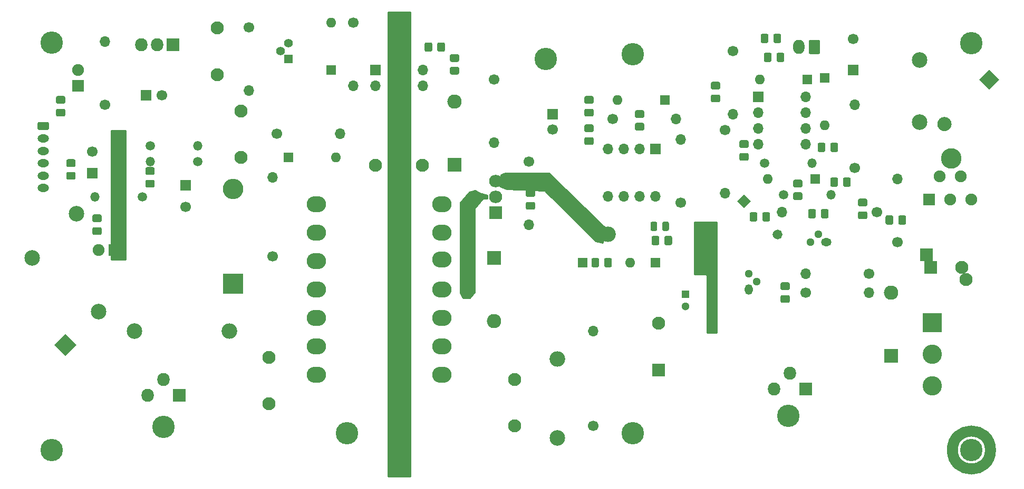
<source format=gbr>
%TF.GenerationSoftware,KiCad,Pcbnew,(5.1.6)-1*%
%TF.CreationDate,2021-01-03T19:19:44+05:30*%
%TF.ProjectId,supplyboard,73757070-6c79-4626-9f61-72642e6b6963,rev?*%
%TF.SameCoordinates,Original*%
%TF.FileFunction,Soldermask,Bot*%
%TF.FilePolarity,Negative*%
%FSLAX46Y46*%
G04 Gerber Fmt 4.6, Leading zero omitted, Abs format (unit mm)*
G04 Created by KiCad (PCBNEW (5.1.6)-1) date 2021-01-03 19:19:44*
%MOMM*%
%LPD*%
G01*
G04 APERTURE LIST*
%ADD10C,0.150000*%
%ADD11C,1.800000*%
%ADD12O,3.300000X3.300000*%
%ADD13R,3.300000X3.300000*%
%ADD14C,1.700000*%
%ADD15R,1.700000X1.700000*%
%ADD16O,1.700000X1.700000*%
%ADD17O,1.500000X1.500000*%
%ADD18C,1.500000*%
%ADD19O,1.850000X1.300000*%
%ADD20R,1.300000X1.300000*%
%ADD21C,1.300000*%
%ADD22C,0.100000*%
%ADD23C,3.600000*%
%ADD24O,1.600000X1.600000*%
%ADD25R,1.600000X1.600000*%
%ADD26C,2.100000*%
%ADD27R,2.100000X2.100000*%
%ADD28O,3.100000X2.600000*%
%ADD29O,2.500000X2.500000*%
%ADD30C,2.500000*%
%ADD31O,2.300000X2.300000*%
%ADD32R,2.300000X2.300000*%
%ADD33C,1.900000*%
%ADD34R,1.900000X1.900000*%
%ADD35O,2.005000X2.100000*%
%ADD36R,2.005000X2.100000*%
%ADD37C,3.100000*%
%ADD38R,3.100000X3.100000*%
%ADD39O,1.900000X1.900000*%
%ADD40C,3.300000*%
%ADD41O,1.840000X2.290000*%
%ADD42O,1.300000X1.300000*%
%ADD43O,1.700000X1.300000*%
%ADD44R,2.100000X2.005000*%
%ADD45O,2.100000X2.005000*%
%ADD46O,1.300000X1.700000*%
%ADD47C,1.400000*%
%ADD48R,1.400000X1.400000*%
%ADD49C,0.254000*%
G04 APERTURE END LIST*
D10*
X52705000Y-116205000D02*
X52705000Y-116840000D01*
D11*
X192733565Y-148005000D02*
G75*
G03*
X192733565Y-148005000I-3058565J0D01*
G01*
D12*
%TO.C,D8*%
X71120000Y-106045000D03*
D13*
X71120000Y-121285000D03*
%TD*%
D14*
%TO.C,C20*%
X63500000Y-108910000D03*
D15*
X63500000Y-105410000D03*
%TD*%
D16*
%TO.C,R19*%
X77470000Y-104140000D03*
D14*
X77470000Y-116840000D03*
%TD*%
D17*
%TO.C,R25*%
X57785000Y-101600000D03*
D18*
X65405000Y-101600000D03*
%TD*%
D17*
%TO.C,R21*%
X65405000Y-99060000D03*
D18*
X57785000Y-99060000D03*
%TD*%
D17*
%TO.C,R9*%
X48895000Y-107315000D03*
D18*
X56515000Y-107315000D03*
%TD*%
D19*
%TO.C,J2*%
X40640000Y-105885000D03*
X40640000Y-103885000D03*
X40640000Y-101885000D03*
X40640000Y-99885000D03*
X40640000Y-97885000D03*
G36*
G01*
X39985832Y-95235000D02*
X41294168Y-95235000D01*
G75*
G02*
X41565000Y-95505832I0J-270832D01*
G01*
X41565000Y-96264168D01*
G75*
G02*
X41294168Y-96535000I-270832J0D01*
G01*
X39985832Y-96535000D01*
G75*
G02*
X39715000Y-96264168I0J270832D01*
G01*
X39715000Y-95505832D01*
G75*
G02*
X39985832Y-95235000I270832J0D01*
G01*
G37*
%TD*%
%TO.C,R35*%
G36*
G01*
X157588000Y-84357738D02*
X157588000Y-85314262D01*
G75*
G02*
X157316262Y-85586000I-271738J0D01*
G01*
X156609738Y-85586000D01*
G75*
G02*
X156338000Y-85314262I0J271738D01*
G01*
X156338000Y-84357738D01*
G75*
G02*
X156609738Y-84086000I271738J0D01*
G01*
X157316262Y-84086000D01*
G75*
G02*
X157588000Y-84357738I0J-271738D01*
G01*
G37*
G36*
G01*
X159638000Y-84357738D02*
X159638000Y-85314262D01*
G75*
G02*
X159366262Y-85586000I-271738J0D01*
G01*
X158659738Y-85586000D01*
G75*
G02*
X158388000Y-85314262I0J271738D01*
G01*
X158388000Y-84357738D01*
G75*
G02*
X158659738Y-84086000I271738J0D01*
G01*
X159366262Y-84086000D01*
G75*
G02*
X159638000Y-84357738I0J-271738D01*
G01*
G37*
%TD*%
D16*
%TO.C,R31*%
X159258000Y-109728000D03*
D14*
X174498000Y-109728000D03*
%TD*%
D17*
%TO.C,R30*%
X167132000Y-106934000D03*
D18*
X159512000Y-106934000D03*
%TD*%
D17*
%TO.C,R36*%
X164084000Y-101854000D03*
D18*
X156464000Y-101854000D03*
%TD*%
D20*
%TO.C,C18*%
X143764000Y-122936000D03*
D21*
X143764000Y-124936000D03*
%TD*%
%TO.C,C9*%
G36*
G01*
X140363000Y-114778262D02*
X140363000Y-113821738D01*
G75*
G02*
X140634738Y-113550000I271738J0D01*
G01*
X141341262Y-113550000D01*
G75*
G02*
X141613000Y-113821738I0J-271738D01*
G01*
X141613000Y-114778262D01*
G75*
G02*
X141341262Y-115050000I-271738J0D01*
G01*
X140634738Y-115050000D01*
G75*
G02*
X140363000Y-114778262I0J271738D01*
G01*
G37*
G36*
G01*
X138313000Y-114778262D02*
X138313000Y-113821738D01*
G75*
G02*
X138584738Y-113550000I271738J0D01*
G01*
X139291262Y-113550000D01*
G75*
G02*
X139563000Y-113821738I0J-271738D01*
G01*
X139563000Y-114778262D01*
G75*
G02*
X139291262Y-115050000I-271738J0D01*
G01*
X138584738Y-115050000D01*
G75*
G02*
X138313000Y-114778262I0J271738D01*
G01*
G37*
%TD*%
%TO.C,R10*%
G36*
G01*
X129902000Y-117377738D02*
X129902000Y-118334262D01*
G75*
G02*
X129630262Y-118606000I-271738J0D01*
G01*
X128923738Y-118606000D01*
G75*
G02*
X128652000Y-118334262I0J271738D01*
G01*
X128652000Y-117377738D01*
G75*
G02*
X128923738Y-117106000I271738J0D01*
G01*
X129630262Y-117106000D01*
G75*
G02*
X129902000Y-117377738I0J-271738D01*
G01*
G37*
G36*
G01*
X131952000Y-117377738D02*
X131952000Y-118334262D01*
G75*
G02*
X131680262Y-118606000I-271738J0D01*
G01*
X130973738Y-118606000D01*
G75*
G02*
X130702000Y-118334262I0J271738D01*
G01*
X130702000Y-117377738D01*
G75*
G02*
X130973738Y-117106000I271738J0D01*
G01*
X131680262Y-117106000D01*
G75*
G02*
X131952000Y-117377738I0J-271738D01*
G01*
G37*
%TD*%
%TO.C,D3*%
G36*
G01*
X186160968Y-94763032D02*
X186160968Y-94763032D01*
G75*
G02*
X186160968Y-96389378I-813173J-813173D01*
G01*
X186160968Y-96389378D01*
G75*
G02*
X184534622Y-96389378I-813173J813173D01*
G01*
X184534622Y-96389378D01*
G75*
G02*
X184534622Y-94763032I813173J813173D01*
G01*
X184534622Y-94763032D01*
G75*
G02*
X186160968Y-94763032I813173J-813173D01*
G01*
G37*
D22*
G36*
X192532000Y-86765654D02*
G01*
X194158346Y-88392000D01*
X192532000Y-90018346D01*
X190905654Y-88392000D01*
X192532000Y-86765654D01*
G37*
%TD*%
D23*
%TO.C,REF\u002A\u002A*%
X42025000Y-82500000D03*
%TD*%
%TO.C,REF\u002A\u002A*%
X189665000Y-82550000D03*
%TD*%
%TO.C,REF\u002A\u002A*%
X189675000Y-148005000D03*
%TD*%
%TO.C,REF\u002A\u002A*%
X160274000Y-142494000D03*
%TD*%
%TO.C,REF\u002A\u002A*%
X89408000Y-145288000D03*
%TD*%
%TO.C,REF\u002A\u002A*%
X42025000Y-148005000D03*
%TD*%
D15*
%TO.C,C21*%
X48514000Y-103505000D03*
D14*
X48514000Y-100005000D03*
%TD*%
D24*
%TO.C,ZD*%
X146558000Y-117856000D03*
D25*
X138938000Y-117856000D03*
%TD*%
D26*
%TO.C,C4*%
X188806144Y-120618000D03*
D27*
X182461856Y-116618000D03*
D26*
X188134000Y-118618000D03*
D27*
X183134000Y-118618000D03*
%TD*%
D28*
%TO.C,T1*%
X84455000Y-113030000D03*
X84455000Y-122174000D03*
X84455000Y-135890000D03*
X104648000Y-122174000D03*
X104648000Y-113030000D03*
X104648000Y-108458000D03*
X104648000Y-126746000D03*
X84455000Y-131318000D03*
X84455000Y-126746000D03*
X104648000Y-131318000D03*
X84455000Y-117602000D03*
X84455000Y-108458000D03*
X104648000Y-117348000D03*
X104648000Y-135890000D03*
%TD*%
D25*
%TO.C,D2*%
X127254000Y-117856000D03*
D24*
X134874000Y-117856000D03*
%TD*%
%TO.C,D7*%
X132842000Y-91694000D03*
D25*
X140462000Y-91694000D03*
%TD*%
%TO.C,D10*%
X166116000Y-88138000D03*
D24*
X166116000Y-95758000D03*
%TD*%
D25*
%TO.C,D9*%
X163322000Y-88392000D03*
D24*
X155702000Y-88392000D03*
%TD*%
%TO.C,D14*%
X156972000Y-104394000D03*
D25*
X164592000Y-104394000D03*
%TD*%
D22*
%TO.C,D13*%
G36*
X152030629Y-107950000D02*
G01*
X153162000Y-106818629D01*
X154293371Y-107950000D01*
X153162000Y-109081371D01*
X152030629Y-107950000D01*
G37*
G36*
G01*
X157984469Y-112772469D02*
X157984469Y-112772469D01*
G75*
G02*
X159115839Y-112772469I565685J-565685D01*
G01*
X159115839Y-112772469D01*
G75*
G02*
X159115839Y-113903839I-565685J-565685D01*
G01*
X159115839Y-113903839D01*
G75*
G02*
X157984469Y-113903839I-565685J565685D01*
G01*
X157984469Y-113903839D01*
G75*
G02*
X157984469Y-112772469I565685J565685D01*
G01*
G37*
%TD*%
D29*
%TO.C,R4*%
X131318000Y-113284000D03*
D30*
X146558000Y-113284000D03*
%TD*%
D31*
%TO.C,D4*%
X113030000Y-127254000D03*
D32*
X113030000Y-117094000D03*
%TD*%
D33*
%TO.C,LED1*%
X49530000Y-115824000D03*
D34*
X52070000Y-115824000D03*
%TD*%
D33*
%TO.C,LED2*%
X46228000Y-86868000D03*
D34*
X46228000Y-89408000D03*
%TD*%
D35*
%TO.C,Q2*%
X57404000Y-139192000D03*
X59944000Y-136652000D03*
D36*
X62484000Y-139192000D03*
%TD*%
D35*
%TO.C,Q1*%
X157988000Y-138176000D03*
X160528000Y-135636000D03*
D36*
X163068000Y-138176000D03*
%TD*%
D31*
%TO.C,D1*%
X176784000Y-122682000D03*
D32*
X176784000Y-132842000D03*
%TD*%
D31*
%TO.C,D6*%
X106680000Y-91948000D03*
D32*
X106680000Y-102108000D03*
%TD*%
D16*
%TO.C,R42*%
X177800000Y-104394000D03*
D14*
X177800000Y-114554000D03*
%TD*%
D37*
%TO.C,J1*%
X183388000Y-137668000D03*
X183388000Y-132588000D03*
D38*
X183388000Y-127508000D03*
%TD*%
D29*
%TO.C,R2*%
X70485000Y-128905000D03*
D30*
X55245000Y-128905000D03*
%TD*%
%TO.C,L1*%
X45933068Y-110022932D03*
X38862000Y-117094000D03*
%TD*%
%TO.C,L2*%
X181356000Y-85250000D03*
X181356000Y-95250000D03*
%TD*%
D39*
%TO.C,U6*%
X189680000Y-107696000D03*
X187980000Y-103996000D03*
X186280000Y-107696000D03*
X184580000Y-103996000D03*
D34*
X182880000Y-107696000D03*
%TD*%
%TO.C,C7*%
G36*
G01*
X140021500Y-112495250D02*
X140021500Y-111532750D01*
G75*
G02*
X140290250Y-111264000I268750J0D01*
G01*
X140827750Y-111264000D01*
G75*
G02*
X141096500Y-111532750I0J-268750D01*
G01*
X141096500Y-112495250D01*
G75*
G02*
X140827750Y-112764000I-268750J0D01*
G01*
X140290250Y-112764000D01*
G75*
G02*
X140021500Y-112495250I0J268750D01*
G01*
G37*
G36*
G01*
X138146500Y-112495250D02*
X138146500Y-111532750D01*
G75*
G02*
X138415250Y-111264000I268750J0D01*
G01*
X138952750Y-111264000D01*
G75*
G02*
X139221500Y-111532750I0J-268750D01*
G01*
X139221500Y-112495250D01*
G75*
G02*
X138952750Y-112764000I-268750J0D01*
G01*
X138415250Y-112764000D01*
G75*
G02*
X138146500Y-112495250I0J268750D01*
G01*
G37*
%TD*%
D14*
%TO.C,C8*%
X170688000Y-81868000D03*
D15*
X170688000Y-86868000D03*
%TD*%
D16*
%TO.C,R45*%
X170942000Y-92456000D03*
D14*
X170942000Y-102616000D03*
%TD*%
%TO.C,R1*%
G36*
G01*
X128748262Y-92310000D02*
X127791738Y-92310000D01*
G75*
G02*
X127520000Y-92038262I0J271738D01*
G01*
X127520000Y-91331738D01*
G75*
G02*
X127791738Y-91060000I271738J0D01*
G01*
X128748262Y-91060000D01*
G75*
G02*
X129020000Y-91331738I0J-271738D01*
G01*
X129020000Y-92038262D01*
G75*
G02*
X128748262Y-92310000I-271738J0D01*
G01*
G37*
G36*
G01*
X128748262Y-94360000D02*
X127791738Y-94360000D01*
G75*
G02*
X127520000Y-94088262I0J271738D01*
G01*
X127520000Y-93381738D01*
G75*
G02*
X127791738Y-93110000I271738J0D01*
G01*
X128748262Y-93110000D01*
G75*
G02*
X129020000Y-93381738I0J-271738D01*
G01*
X129020000Y-94088262D01*
G75*
G02*
X128748262Y-94360000I-271738J0D01*
G01*
G37*
%TD*%
D16*
%TO.C,R27*%
X142240000Y-94742000D03*
D14*
X132080000Y-94742000D03*
%TD*%
%TO.C,C3*%
X122428000Y-96480000D03*
D15*
X122428000Y-93980000D03*
%TD*%
%TO.C,C15*%
G36*
G01*
X136876262Y-94587000D02*
X135919738Y-94587000D01*
G75*
G02*
X135648000Y-94315262I0J271738D01*
G01*
X135648000Y-93608738D01*
G75*
G02*
X135919738Y-93337000I271738J0D01*
G01*
X136876262Y-93337000D01*
G75*
G02*
X137148000Y-93608738I0J-271738D01*
G01*
X137148000Y-94315262D01*
G75*
G02*
X136876262Y-94587000I-271738J0D01*
G01*
G37*
G36*
G01*
X136876262Y-96637000D02*
X135919738Y-96637000D01*
G75*
G02*
X135648000Y-96365262I0J271738D01*
G01*
X135648000Y-95658738D01*
G75*
G02*
X135919738Y-95387000I271738J0D01*
G01*
X136876262Y-95387000D01*
G75*
G02*
X137148000Y-95658738I0J-271738D01*
G01*
X137148000Y-96365262D01*
G75*
G02*
X136876262Y-96637000I-271738J0D01*
G01*
G37*
%TD*%
D16*
%TO.C,R46*%
X163068000Y-119634000D03*
D14*
X173228000Y-119634000D03*
%TD*%
D16*
%TO.C,R47*%
X173228000Y-122682000D03*
D14*
X163068000Y-122682000D03*
%TD*%
D23*
%TO.C,REF\u002A\u002A*%
X135255000Y-145288000D03*
%TD*%
%TO.C,REF\u002A\u002A*%
X135255000Y-84328000D03*
%TD*%
%TO.C,REF\u002A\u002A*%
X121285000Y-85090000D03*
%TD*%
%TO.C,REF\u002A\u002A*%
X59944000Y-144272000D03*
%TD*%
%TO.C,C6*%
G36*
G01*
X44606738Y-103270000D02*
X45563262Y-103270000D01*
G75*
G02*
X45835000Y-103541738I0J-271738D01*
G01*
X45835000Y-104248262D01*
G75*
G02*
X45563262Y-104520000I-271738J0D01*
G01*
X44606738Y-104520000D01*
G75*
G02*
X44335000Y-104248262I0J271738D01*
G01*
X44335000Y-103541738D01*
G75*
G02*
X44606738Y-103270000I271738J0D01*
G01*
G37*
G36*
G01*
X44606738Y-101220000D02*
X45563262Y-101220000D01*
G75*
G02*
X45835000Y-101491738I0J-271738D01*
G01*
X45835000Y-102198262D01*
G75*
G02*
X45563262Y-102470000I-271738J0D01*
G01*
X44606738Y-102470000D01*
G75*
G02*
X44335000Y-102198262I0J271738D01*
G01*
X44335000Y-101491738D01*
G75*
G02*
X44606738Y-101220000I271738J0D01*
G01*
G37*
%TD*%
D16*
%TO.C,R12*%
X50546000Y-82296000D03*
D14*
X50546000Y-92456000D03*
%TD*%
%TO.C,C16*%
X59650000Y-90932000D03*
D15*
X57150000Y-90932000D03*
%TD*%
D26*
%TO.C,C12*%
X68580000Y-80130000D03*
X68580000Y-87630000D03*
%TD*%
%TO.C,R7*%
G36*
G01*
X103905000Y-83663262D02*
X103905000Y-82706738D01*
G75*
G02*
X104176738Y-82435000I271738J0D01*
G01*
X104883262Y-82435000D01*
G75*
G02*
X105155000Y-82706738I0J-271738D01*
G01*
X105155000Y-83663262D01*
G75*
G02*
X104883262Y-83935000I-271738J0D01*
G01*
X104176738Y-83935000D01*
G75*
G02*
X103905000Y-83663262I0J271738D01*
G01*
G37*
G36*
G01*
X101855000Y-83663262D02*
X101855000Y-82706738D01*
G75*
G02*
X102126738Y-82435000I271738J0D01*
G01*
X102833262Y-82435000D01*
G75*
G02*
X103105000Y-82706738I0J-271738D01*
G01*
X103105000Y-83663262D01*
G75*
G02*
X102833262Y-83935000I-271738J0D01*
G01*
X102126738Y-83935000D01*
G75*
G02*
X101855000Y-83663262I0J271738D01*
G01*
G37*
%TD*%
D16*
%TO.C,R14*%
X143002000Y-98044000D03*
D14*
X143002000Y-108204000D03*
%TD*%
D16*
%TO.C,R29*%
X150114000Y-106680000D03*
D14*
X150114000Y-96520000D03*
%TD*%
D16*
%TO.C,R28*%
X151384000Y-93980000D03*
D14*
X151384000Y-83820000D03*
%TD*%
D16*
%TO.C,R20*%
X88265000Y-97155000D03*
D14*
X78105000Y-97155000D03*
%TD*%
D16*
%TO.C,R18*%
X113030000Y-98552000D03*
D14*
X113030000Y-88392000D03*
%TD*%
D16*
%TO.C,R5*%
X118618000Y-111760000D03*
D14*
X118618000Y-101600000D03*
%TD*%
D16*
%TO.C,R16*%
X90424000Y-89408000D03*
D14*
X90424000Y-79248000D03*
%TD*%
D16*
%TO.C,R17*%
X73660000Y-90170000D03*
D14*
X73660000Y-80010000D03*
%TD*%
%TO.C,R8*%
G36*
G01*
X49754262Y-111360000D02*
X48797738Y-111360000D01*
G75*
G02*
X48526000Y-111088262I0J271738D01*
G01*
X48526000Y-110381738D01*
G75*
G02*
X48797738Y-110110000I271738J0D01*
G01*
X49754262Y-110110000D01*
G75*
G02*
X50026000Y-110381738I0J-271738D01*
G01*
X50026000Y-111088262D01*
G75*
G02*
X49754262Y-111360000I-271738J0D01*
G01*
G37*
G36*
G01*
X49754262Y-113410000D02*
X48797738Y-113410000D01*
G75*
G02*
X48526000Y-113138262I0J271738D01*
G01*
X48526000Y-112431738D01*
G75*
G02*
X48797738Y-112160000I271738J0D01*
G01*
X49754262Y-112160000D01*
G75*
G02*
X50026000Y-112431738I0J-271738D01*
G01*
X50026000Y-113138262D01*
G75*
G02*
X49754262Y-113410000I-271738J0D01*
G01*
G37*
%TD*%
D30*
%TO.C,C19*%
X49499301Y-125760699D03*
D22*
G36*
X44196000Y-132831767D02*
G01*
X42428233Y-131064000D01*
X44196000Y-129296233D01*
X45963767Y-131064000D01*
X44196000Y-132831767D01*
G37*
%TD*%
%TO.C,R15*%
G36*
G01*
X119350262Y-107296000D02*
X118393738Y-107296000D01*
G75*
G02*
X118122000Y-107024262I0J271738D01*
G01*
X118122000Y-106317738D01*
G75*
G02*
X118393738Y-106046000I271738J0D01*
G01*
X119350262Y-106046000D01*
G75*
G02*
X119622000Y-106317738I0J-271738D01*
G01*
X119622000Y-107024262D01*
G75*
G02*
X119350262Y-107296000I-271738J0D01*
G01*
G37*
G36*
G01*
X119350262Y-109346000D02*
X118393738Y-109346000D01*
G75*
G02*
X118122000Y-109074262I0J271738D01*
G01*
X118122000Y-108367738D01*
G75*
G02*
X118393738Y-108096000I271738J0D01*
G01*
X119350262Y-108096000D01*
G75*
G02*
X119622000Y-108367738I0J-271738D01*
G01*
X119622000Y-109074262D01*
G75*
G02*
X119350262Y-109346000I-271738J0D01*
G01*
G37*
%TD*%
%TO.C,R11*%
G36*
G01*
X165500000Y-110460262D02*
X165500000Y-109503738D01*
G75*
G02*
X165771738Y-109232000I271738J0D01*
G01*
X166478262Y-109232000D01*
G75*
G02*
X166750000Y-109503738I0J-271738D01*
G01*
X166750000Y-110460262D01*
G75*
G02*
X166478262Y-110732000I-271738J0D01*
G01*
X165771738Y-110732000D01*
G75*
G02*
X165500000Y-110460262I0J271738D01*
G01*
G37*
G36*
G01*
X163450000Y-110460262D02*
X163450000Y-109503738D01*
G75*
G02*
X163721738Y-109232000I271738J0D01*
G01*
X164428262Y-109232000D01*
G75*
G02*
X164700000Y-109503738I0J-271738D01*
G01*
X164700000Y-110460262D01*
G75*
G02*
X164428262Y-110732000I-271738J0D01*
G01*
X163721738Y-110732000D01*
G75*
G02*
X163450000Y-110460262I0J271738D01*
G01*
G37*
%TD*%
%TO.C,R13*%
G36*
G01*
X57306738Y-104540000D02*
X58263262Y-104540000D01*
G75*
G02*
X58535000Y-104811738I0J-271738D01*
G01*
X58535000Y-105518262D01*
G75*
G02*
X58263262Y-105790000I-271738J0D01*
G01*
X57306738Y-105790000D01*
G75*
G02*
X57035000Y-105518262I0J271738D01*
G01*
X57035000Y-104811738D01*
G75*
G02*
X57306738Y-104540000I271738J0D01*
G01*
G37*
G36*
G01*
X57306738Y-102490000D02*
X58263262Y-102490000D01*
G75*
G02*
X58535000Y-102761738I0J-271738D01*
G01*
X58535000Y-103468262D01*
G75*
G02*
X58263262Y-103740000I-271738J0D01*
G01*
X57306738Y-103740000D01*
G75*
G02*
X57035000Y-103468262I0J271738D01*
G01*
X57035000Y-102761738D01*
G75*
G02*
X57306738Y-102490000I271738J0D01*
G01*
G37*
%TD*%
%TO.C,R32*%
G36*
G01*
X156102000Y-110968262D02*
X156102000Y-110011738D01*
G75*
G02*
X156373738Y-109740000I271738J0D01*
G01*
X157080262Y-109740000D01*
G75*
G02*
X157352000Y-110011738I0J-271738D01*
G01*
X157352000Y-110968262D01*
G75*
G02*
X157080262Y-111240000I-271738J0D01*
G01*
X156373738Y-111240000D01*
G75*
G02*
X156102000Y-110968262I0J271738D01*
G01*
G37*
G36*
G01*
X154052000Y-110968262D02*
X154052000Y-110011738D01*
G75*
G02*
X154323738Y-109740000I271738J0D01*
G01*
X155030262Y-109740000D01*
G75*
G02*
X155302000Y-110011738I0J-271738D01*
G01*
X155302000Y-110968262D01*
G75*
G02*
X155030262Y-111240000I-271738J0D01*
G01*
X154323738Y-111240000D01*
G75*
G02*
X154052000Y-110968262I0J271738D01*
G01*
G37*
%TD*%
%TO.C,R33*%
G36*
G01*
X152683738Y-100222000D02*
X153640262Y-100222000D01*
G75*
G02*
X153912000Y-100493738I0J-271738D01*
G01*
X153912000Y-101200262D01*
G75*
G02*
X153640262Y-101472000I-271738J0D01*
G01*
X152683738Y-101472000D01*
G75*
G02*
X152412000Y-101200262I0J271738D01*
G01*
X152412000Y-100493738D01*
G75*
G02*
X152683738Y-100222000I271738J0D01*
G01*
G37*
G36*
G01*
X152683738Y-98172000D02*
X153640262Y-98172000D01*
G75*
G02*
X153912000Y-98443738I0J-271738D01*
G01*
X153912000Y-99150262D01*
G75*
G02*
X153640262Y-99422000I-271738J0D01*
G01*
X152683738Y-99422000D01*
G75*
G02*
X152412000Y-99150262I0J271738D01*
G01*
X152412000Y-98443738D01*
G75*
G02*
X152683738Y-98172000I271738J0D01*
G01*
G37*
%TD*%
%TO.C,R37*%
G36*
G01*
X167024000Y-99792262D02*
X167024000Y-98835738D01*
G75*
G02*
X167295738Y-98564000I271738J0D01*
G01*
X168002262Y-98564000D01*
G75*
G02*
X168274000Y-98835738I0J-271738D01*
G01*
X168274000Y-99792262D01*
G75*
G02*
X168002262Y-100064000I-271738J0D01*
G01*
X167295738Y-100064000D01*
G75*
G02*
X167024000Y-99792262I0J271738D01*
G01*
G37*
G36*
G01*
X164974000Y-99792262D02*
X164974000Y-98835738D01*
G75*
G02*
X165245738Y-98564000I271738J0D01*
G01*
X165952262Y-98564000D01*
G75*
G02*
X166224000Y-98835738I0J-271738D01*
G01*
X166224000Y-99792262D01*
G75*
G02*
X165952262Y-100064000I-271738J0D01*
G01*
X165245738Y-100064000D01*
G75*
G02*
X164974000Y-99792262I0J271738D01*
G01*
G37*
%TD*%
%TO.C,R38*%
G36*
G01*
X171733738Y-109629000D02*
X172690262Y-109629000D01*
G75*
G02*
X172962000Y-109900738I0J-271738D01*
G01*
X172962000Y-110607262D01*
G75*
G02*
X172690262Y-110879000I-271738J0D01*
G01*
X171733738Y-110879000D01*
G75*
G02*
X171462000Y-110607262I0J271738D01*
G01*
X171462000Y-109900738D01*
G75*
G02*
X171733738Y-109629000I271738J0D01*
G01*
G37*
G36*
G01*
X171733738Y-107579000D02*
X172690262Y-107579000D01*
G75*
G02*
X172962000Y-107850738I0J-271738D01*
G01*
X172962000Y-108557262D01*
G75*
G02*
X172690262Y-108829000I-271738J0D01*
G01*
X171733738Y-108829000D01*
G75*
G02*
X171462000Y-108557262I0J271738D01*
G01*
X171462000Y-107850738D01*
G75*
G02*
X171733738Y-107579000I271738J0D01*
G01*
G37*
%TD*%
%TO.C,R39*%
G36*
G01*
X169056000Y-105380262D02*
X169056000Y-104423738D01*
G75*
G02*
X169327738Y-104152000I271738J0D01*
G01*
X170034262Y-104152000D01*
G75*
G02*
X170306000Y-104423738I0J-271738D01*
G01*
X170306000Y-105380262D01*
G75*
G02*
X170034262Y-105652000I-271738J0D01*
G01*
X169327738Y-105652000D01*
G75*
G02*
X169056000Y-105380262I0J271738D01*
G01*
G37*
G36*
G01*
X167006000Y-105380262D02*
X167006000Y-104423738D01*
G75*
G02*
X167277738Y-104152000I271738J0D01*
G01*
X167984262Y-104152000D01*
G75*
G02*
X168256000Y-104423738I0J-271738D01*
G01*
X168256000Y-105380262D01*
G75*
G02*
X167984262Y-105652000I-271738J0D01*
G01*
X167277738Y-105652000D01*
G75*
G02*
X167006000Y-105380262I0J271738D01*
G01*
G37*
%TD*%
%TO.C,R40*%
G36*
G01*
X159287738Y-123082000D02*
X160244262Y-123082000D01*
G75*
G02*
X160516000Y-123353738I0J-271738D01*
G01*
X160516000Y-124060262D01*
G75*
G02*
X160244262Y-124332000I-271738J0D01*
G01*
X159287738Y-124332000D01*
G75*
G02*
X159016000Y-124060262I0J271738D01*
G01*
X159016000Y-123353738D01*
G75*
G02*
X159287738Y-123082000I271738J0D01*
G01*
G37*
G36*
G01*
X159287738Y-121032000D02*
X160244262Y-121032000D01*
G75*
G02*
X160516000Y-121303738I0J-271738D01*
G01*
X160516000Y-122010262D01*
G75*
G02*
X160244262Y-122282000I-271738J0D01*
G01*
X159287738Y-122282000D01*
G75*
G02*
X159016000Y-122010262I0J271738D01*
G01*
X159016000Y-121303738D01*
G75*
G02*
X159287738Y-121032000I271738J0D01*
G01*
G37*
%TD*%
%TO.C,R41*%
G36*
G01*
X177137000Y-110519738D02*
X177137000Y-111476262D01*
G75*
G02*
X176865262Y-111748000I-271738J0D01*
G01*
X176158738Y-111748000D01*
G75*
G02*
X175887000Y-111476262I0J271738D01*
G01*
X175887000Y-110519738D01*
G75*
G02*
X176158738Y-110248000I271738J0D01*
G01*
X176865262Y-110248000D01*
G75*
G02*
X177137000Y-110519738I0J-271738D01*
G01*
G37*
G36*
G01*
X179187000Y-110519738D02*
X179187000Y-111476262D01*
G75*
G02*
X178915262Y-111748000I-271738J0D01*
G01*
X178208738Y-111748000D01*
G75*
G02*
X177937000Y-111476262I0J271738D01*
G01*
X177937000Y-110519738D01*
G75*
G02*
X178208738Y-110248000I271738J0D01*
G01*
X178915262Y-110248000D01*
G75*
G02*
X179187000Y-110519738I0J-271738D01*
G01*
G37*
%TD*%
%TO.C,R44*%
G36*
G01*
X149068262Y-90024000D02*
X148111738Y-90024000D01*
G75*
G02*
X147840000Y-89752262I0J271738D01*
G01*
X147840000Y-89045738D01*
G75*
G02*
X148111738Y-88774000I271738J0D01*
G01*
X149068262Y-88774000D01*
G75*
G02*
X149340000Y-89045738I0J-271738D01*
G01*
X149340000Y-89752262D01*
G75*
G02*
X149068262Y-90024000I-271738J0D01*
G01*
G37*
G36*
G01*
X149068262Y-92074000D02*
X148111738Y-92074000D01*
G75*
G02*
X147840000Y-91802262I0J271738D01*
G01*
X147840000Y-91095738D01*
G75*
G02*
X148111738Y-90824000I271738J0D01*
G01*
X149068262Y-90824000D01*
G75*
G02*
X149340000Y-91095738I0J-271738D01*
G01*
X149340000Y-91802262D01*
G75*
G02*
X149068262Y-92074000I-271738J0D01*
G01*
G37*
%TD*%
%TO.C,R48*%
G36*
G01*
X161319738Y-106563000D02*
X162276262Y-106563000D01*
G75*
G02*
X162548000Y-106834738I0J-271738D01*
G01*
X162548000Y-107541262D01*
G75*
G02*
X162276262Y-107813000I-271738J0D01*
G01*
X161319738Y-107813000D01*
G75*
G02*
X161048000Y-107541262I0J271738D01*
G01*
X161048000Y-106834738D01*
G75*
G02*
X161319738Y-106563000I271738J0D01*
G01*
G37*
G36*
G01*
X161319738Y-104513000D02*
X162276262Y-104513000D01*
G75*
G02*
X162548000Y-104784738I0J-271738D01*
G01*
X162548000Y-105491262D01*
G75*
G02*
X162276262Y-105763000I-271738J0D01*
G01*
X161319738Y-105763000D01*
G75*
G02*
X161048000Y-105491262I0J271738D01*
G01*
X161048000Y-104784738D01*
G75*
G02*
X161319738Y-104513000I271738J0D01*
G01*
G37*
%TD*%
%TO.C,R49*%
G36*
G01*
X157880000Y-82266262D02*
X157880000Y-81309738D01*
G75*
G02*
X158151738Y-81038000I271738J0D01*
G01*
X158858262Y-81038000D01*
G75*
G02*
X159130000Y-81309738I0J-271738D01*
G01*
X159130000Y-82266262D01*
G75*
G02*
X158858262Y-82538000I-271738J0D01*
G01*
X158151738Y-82538000D01*
G75*
G02*
X157880000Y-82266262I0J271738D01*
G01*
G37*
G36*
G01*
X155830000Y-82266262D02*
X155830000Y-81309738D01*
G75*
G02*
X156101738Y-81038000I271738J0D01*
G01*
X156808262Y-81038000D01*
G75*
G02*
X157080000Y-81309738I0J-271738D01*
G01*
X157080000Y-82266262D01*
G75*
G02*
X156808262Y-82538000I-271738J0D01*
G01*
X156101738Y-82538000D01*
G75*
G02*
X155830000Y-82266262I0J271738D01*
G01*
G37*
%TD*%
D40*
%TO.C,REF\u002A\u002A*%
X186436000Y-101092000D03*
%TD*%
D26*
%TO.C,C1*%
X116332000Y-144152000D03*
X116332000Y-136652000D03*
%TD*%
%TO.C,C2*%
X76835000Y-133096000D03*
X76835000Y-140596000D03*
%TD*%
%TO.C,C5*%
X139446000Y-127628000D03*
D27*
X139446000Y-135128000D03*
%TD*%
D26*
%TO.C,C10*%
X93980000Y-102235000D03*
X101480000Y-102235000D03*
%TD*%
%TO.C,C11*%
G36*
G01*
X107158262Y-87620000D02*
X106201738Y-87620000D01*
G75*
G02*
X105930000Y-87348262I0J271738D01*
G01*
X105930000Y-86641738D01*
G75*
G02*
X106201738Y-86370000I271738J0D01*
G01*
X107158262Y-86370000D01*
G75*
G02*
X107430000Y-86641738I0J-271738D01*
G01*
X107430000Y-87348262D01*
G75*
G02*
X107158262Y-87620000I-271738J0D01*
G01*
G37*
G36*
G01*
X107158262Y-85570000D02*
X106201738Y-85570000D01*
G75*
G02*
X105930000Y-85298262I0J271738D01*
G01*
X105930000Y-84591738D01*
G75*
G02*
X106201738Y-84320000I271738J0D01*
G01*
X107158262Y-84320000D01*
G75*
G02*
X107430000Y-84591738I0J-271738D01*
G01*
X107430000Y-85298262D01*
G75*
G02*
X107158262Y-85570000I-271738J0D01*
G01*
G37*
%TD*%
%TO.C,C13*%
X72390000Y-93465000D03*
X72390000Y-100965000D03*
%TD*%
%TO.C,C14*%
G36*
G01*
X127791738Y-95632000D02*
X128748262Y-95632000D01*
G75*
G02*
X129020000Y-95903738I0J-271738D01*
G01*
X129020000Y-96610262D01*
G75*
G02*
X128748262Y-96882000I-271738J0D01*
G01*
X127791738Y-96882000D01*
G75*
G02*
X127520000Y-96610262I0J271738D01*
G01*
X127520000Y-95903738D01*
G75*
G02*
X127791738Y-95632000I271738J0D01*
G01*
G37*
G36*
G01*
X127791738Y-97682000D02*
X128748262Y-97682000D01*
G75*
G02*
X129020000Y-97953738I0J-271738D01*
G01*
X129020000Y-98660262D01*
G75*
G02*
X128748262Y-98932000I-271738J0D01*
G01*
X127791738Y-98932000D01*
G75*
G02*
X127520000Y-98660262I0J271738D01*
G01*
X127520000Y-97953738D01*
G75*
G02*
X127791738Y-97682000I271738J0D01*
G01*
G37*
%TD*%
%TO.C,C17*%
G36*
G01*
X43912262Y-92310000D02*
X42955738Y-92310000D01*
G75*
G02*
X42684000Y-92038262I0J271738D01*
G01*
X42684000Y-91331738D01*
G75*
G02*
X42955738Y-91060000I271738J0D01*
G01*
X43912262Y-91060000D01*
G75*
G02*
X44184000Y-91331738I0J-271738D01*
G01*
X44184000Y-92038262D01*
G75*
G02*
X43912262Y-92310000I-271738J0D01*
G01*
G37*
G36*
G01*
X43912262Y-94360000D02*
X42955738Y-94360000D01*
G75*
G02*
X42684000Y-94088262I0J271738D01*
G01*
X42684000Y-93381738D01*
G75*
G02*
X42955738Y-93110000I271738J0D01*
G01*
X43912262Y-93110000D01*
G75*
G02*
X44184000Y-93381738I0J-271738D01*
G01*
X44184000Y-94088262D01*
G75*
G02*
X43912262Y-94360000I-271738J0D01*
G01*
G37*
%TD*%
D24*
%TO.C,D5*%
X86868000Y-79248000D03*
D25*
X86868000Y-86868000D03*
%TD*%
%TO.C,D11*%
X80010000Y-100965000D03*
D24*
X87630000Y-100965000D03*
%TD*%
%TO.C,J3*%
G36*
G01*
X165385000Y-82304367D02*
X165385000Y-84065633D01*
G75*
G02*
X165120633Y-84330000I-264367J0D01*
G01*
X163809367Y-84330000D01*
G75*
G02*
X163545000Y-84065633I0J264367D01*
G01*
X163545000Y-82304367D01*
G75*
G02*
X163809367Y-82040000I264367J0D01*
G01*
X165120633Y-82040000D01*
G75*
G02*
X165385000Y-82304367I0J-264367D01*
G01*
G37*
D41*
X161925000Y-83185000D03*
%TD*%
D42*
%TO.C,Q3*%
X163830000Y-114554000D03*
X165100000Y-113284000D03*
D43*
X166370000Y-114554000D03*
%TD*%
D44*
%TO.C,Q4*%
X113284000Y-109855000D03*
D45*
X113284000Y-107315000D03*
X113284000Y-104775000D03*
%TD*%
D46*
%TO.C,Q5*%
X153924000Y-122174000D03*
D42*
X155194000Y-120904000D03*
X153924000Y-119634000D03*
%TD*%
D14*
%TO.C,R3*%
X128905000Y-144145000D03*
D16*
X128905000Y-128905000D03*
%TD*%
D29*
%TO.C,R6*%
X123190000Y-133350000D03*
D30*
X123190000Y-146050000D03*
%TD*%
D15*
%TO.C,U1*%
X93980000Y-86868000D03*
D16*
X101600000Y-89408000D03*
X93980000Y-89408000D03*
X101600000Y-86868000D03*
%TD*%
D15*
%TO.C,U2*%
X138938000Y-99568000D03*
D16*
X131318000Y-107188000D03*
X136398000Y-99568000D03*
X133858000Y-107188000D03*
X133858000Y-99568000D03*
X136398000Y-107188000D03*
X131318000Y-99568000D03*
X138938000Y-107188000D03*
%TD*%
D47*
%TO.C,U3*%
X78740000Y-83820000D03*
X80010000Y-82550000D03*
D48*
X80010000Y-85090000D03*
%TD*%
D36*
%TO.C,U4*%
X61468000Y-82804000D03*
D35*
X58928000Y-82804000D03*
X56388000Y-82804000D03*
%TD*%
D16*
%TO.C,U5*%
X163068000Y-91186000D03*
X155448000Y-98806000D03*
X163068000Y-93726000D03*
X155448000Y-96266000D03*
X163068000Y-96266000D03*
X155448000Y-93726000D03*
X163068000Y-98806000D03*
D15*
X155448000Y-91186000D03*
%TD*%
D49*
G36*
X130925910Y-112310874D02*
G01*
X130456373Y-114658559D01*
X129348613Y-114437007D01*
X121247803Y-106336197D01*
X121228557Y-106320403D01*
X121206601Y-106308667D01*
X121182776Y-106301440D01*
X121163287Y-106299110D01*
X115088996Y-106046015D01*
X113930177Y-105582487D01*
X114162091Y-103727173D01*
X114828610Y-103505000D01*
X121868440Y-103505000D01*
X130925910Y-112310874D01*
G37*
X130925910Y-112310874D02*
X130456373Y-114658559D01*
X129348613Y-114437007D01*
X121247803Y-106336197D01*
X121228557Y-106320403D01*
X121206601Y-106308667D01*
X121182776Y-106301440D01*
X121163287Y-106299110D01*
X115088996Y-106046015D01*
X113930177Y-105582487D01*
X114162091Y-103727173D01*
X114828610Y-103505000D01*
X121868440Y-103505000D01*
X130925910Y-112310874D01*
G36*
X148717000Y-129159000D02*
G01*
X147193000Y-129159000D01*
X147193000Y-119888000D01*
X147190560Y-119863224D01*
X147183333Y-119839399D01*
X147171597Y-119817443D01*
X147155803Y-119798197D01*
X147136557Y-119782403D01*
X147114601Y-119770667D01*
X147090776Y-119763440D01*
X147066000Y-119761000D01*
X145161000Y-119761000D01*
X145161000Y-111379000D01*
X148717000Y-111379000D01*
X148717000Y-129159000D01*
G37*
X148717000Y-129159000D02*
X147193000Y-129159000D01*
X147193000Y-119888000D01*
X147190560Y-119863224D01*
X147183333Y-119839399D01*
X147171597Y-119817443D01*
X147155803Y-119798197D01*
X147136557Y-119782403D01*
X147114601Y-119770667D01*
X147090776Y-119763440D01*
X147066000Y-119761000D01*
X145161000Y-119761000D01*
X145161000Y-111379000D01*
X148717000Y-111379000D01*
X148717000Y-129159000D01*
G36*
X110941204Y-106793592D02*
G01*
X110967198Y-106803208D01*
X111887000Y-107033159D01*
X111887000Y-107569000D01*
X111252000Y-107569000D01*
X111227224Y-107571440D01*
X111203399Y-107578667D01*
X111181443Y-107590403D01*
X111154436Y-107614697D01*
X109884436Y-109138697D01*
X109870449Y-109159293D01*
X109860749Y-109182222D01*
X109855709Y-109206602D01*
X109855000Y-109220000D01*
X109855000Y-122639667D01*
X109156500Y-123571000D01*
X108028490Y-123571000D01*
X107569000Y-122652020D01*
X107569000Y-108250981D01*
X109036079Y-106539389D01*
X109967225Y-106306602D01*
X110941204Y-106793592D01*
G37*
X110941204Y-106793592D02*
X110967198Y-106803208D01*
X111887000Y-107033159D01*
X111887000Y-107569000D01*
X111252000Y-107569000D01*
X111227224Y-107571440D01*
X111203399Y-107578667D01*
X111181443Y-107590403D01*
X111154436Y-107614697D01*
X109884436Y-109138697D01*
X109870449Y-109159293D01*
X109860749Y-109182222D01*
X109855709Y-109206602D01*
X109855000Y-109220000D01*
X109855000Y-122639667D01*
X109156500Y-123571000D01*
X108028490Y-123571000D01*
X107569000Y-122652020D01*
X107569000Y-108250981D01*
X109036079Y-106539389D01*
X109967225Y-106306602D01*
X110941204Y-106793592D01*
G36*
X99568000Y-152273000D02*
G01*
X96012000Y-152273000D01*
X96012000Y-77597000D01*
X99568000Y-77597000D01*
X99568000Y-152273000D01*
G37*
X99568000Y-152273000D02*
X96012000Y-152273000D01*
X96012000Y-77597000D01*
X99568000Y-77597000D01*
X99568000Y-152273000D01*
G36*
X53848000Y-117348000D02*
G01*
X51562000Y-117348000D01*
X51562000Y-96647000D01*
X53848000Y-96647000D01*
X53848000Y-117348000D01*
G37*
X53848000Y-117348000D02*
X51562000Y-117348000D01*
X51562000Y-96647000D01*
X53848000Y-96647000D01*
X53848000Y-117348000D01*
M02*

</source>
